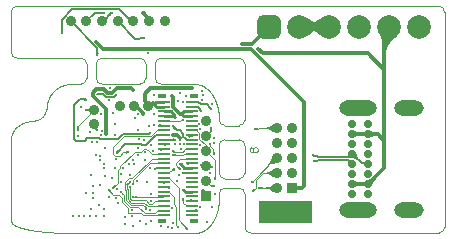
<source format=gbl>
G04*
G04 #@! TF.GenerationSoftware,Altium Limited,Altium Designer,23.10.1 (27)*
G04*
G04 Layer_Physical_Order=6*
G04 Layer_Color=16711680*
%FSLAX44Y44*%
%MOMM*%
G71*
G04*
G04 #@! TF.SameCoordinates,75C69956-F49F-4592-A11B-EFE5AB9CB6E8*
G04*
G04*
G04 #@! TF.FilePolarity,Positive*
G04*
G01*
G75*
%ADD11C,0.2000*%
%ADD13C,0.1000*%
%ADD16C,0.0500*%
%ADD61C,2.0000*%
G04:AMPARAMS|DCode=62|XSize=2mm|YSize=2mm|CornerRadius=0.5mm|HoleSize=0mm|Usage=FLASHONLY|Rotation=90.000|XOffset=0mm|YOffset=0mm|HoleType=Round|Shape=RoundedRectangle|*
%AMROUNDEDRECTD62*
21,1,2.0000,1.0000,0,0,90.0*
21,1,1.0000,2.0000,0,0,90.0*
1,1,1.0000,0.5000,0.5000*
1,1,1.0000,0.5000,-0.5000*
1,1,1.0000,-0.5000,-0.5000*
1,1,1.0000,-0.5000,0.5000*
%
%ADD62ROUNDEDRECTD62*%
%ADD63O,2.5000X1.3000*%
%ADD64C,0.7000*%
%ADD65O,3.2000X1.3000*%
%ADD66C,0.9000*%
G04:AMPARAMS|DCode=67|XSize=0.9mm|YSize=0.9mm|CornerRadius=0.225mm|HoleSize=0mm|Usage=FLASHONLY|Rotation=180.000|XOffset=0mm|YOffset=0mm|HoleType=Round|Shape=RoundedRectangle|*
%AMROUNDEDRECTD67*
21,1,0.9000,0.4500,0,0,180.0*
21,1,0.4500,0.9000,0,0,180.0*
1,1,0.4500,-0.2250,0.2250*
1,1,0.4500,0.2250,0.2250*
1,1,0.4500,0.2250,-0.2250*
1,1,0.4500,-0.2250,-0.2250*
%
%ADD67ROUNDEDRECTD67*%
%ADD69C,0.1800*%
%ADD70C,0.1500*%
%ADD71C,0.3000*%
%ADD72C,0.1499*%
%ADD73C,0.2200*%
%ADD86C,0.3000*%
G04:AMPARAMS|DCode=88|XSize=0.9mm|YSize=0.9mm|CornerRadius=0.225mm|HoleSize=0mm|Usage=FLASHONLY|Rotation=90.000|XOffset=0mm|YOffset=0mm|HoleType=Round|Shape=RoundedRectangle|*
%AMROUNDEDRECTD88*
21,1,0.9000,0.4500,0,0,90.0*
21,1,0.4500,0.9000,0,0,90.0*
1,1,0.4500,0.2250,0.2250*
1,1,0.4500,0.2250,-0.2250*
1,1,0.4500,-0.2250,-0.2250*
1,1,0.4500,-0.2250,0.2250*
%
%ADD88ROUNDEDRECTD88*%
%ADD89R,0.6500X0.3500*%
%ADD90R,1.0350X0.2200*%
G36*
X77315Y185062D02*
X77198Y185142D01*
X77059Y185214D01*
X76897Y185278D01*
X76714Y185333D01*
X76509Y185379D01*
X76281Y185417D01*
X75760Y185468D01*
X75467Y185481D01*
X75151Y185485D01*
Y186985D01*
X75467Y186989D01*
X76281Y187053D01*
X76509Y187091D01*
X76714Y187137D01*
X76897Y187192D01*
X77059Y187256D01*
X77198Y187328D01*
X77315Y187408D01*
Y185062D01*
D02*
G37*
G36*
X85094Y184523D02*
X84911Y184508D01*
X84724Y184471D01*
X84534Y184414D01*
X84340Y184335D01*
X84142Y184234D01*
X83941Y184113D01*
X83736Y183970D01*
X83528Y183806D01*
X83101Y183414D01*
X82283Y184717D01*
X82516Y184954D01*
X83340Y185883D01*
X83436Y186018D01*
X83509Y186136D01*
X83559Y186238D01*
X83586Y186322D01*
X85094Y184523D01*
D02*
G37*
G36*
X82059Y182371D02*
X80990Y181325D01*
X80086Y182523D01*
X81148Y183582D01*
X82059Y182371D01*
D02*
G37*
G36*
X263250Y176207D02*
X264423Y176063D01*
X265970Y176000D01*
Y173000D01*
X264423Y172937D01*
X263250Y172794D01*
Y166680D01*
X261666Y167881D01*
X258511Y169903D01*
X256939Y170725D01*
X256783Y170794D01*
X256627Y170725D01*
X255055Y169903D01*
X253479Y168955D01*
X251900Y167881D01*
X250316Y166680D01*
Y172794D01*
X249143Y172937D01*
X247596Y173000D01*
Y176000D01*
X249143Y176063D01*
X250316Y176207D01*
Y182320D01*
X251900Y181119D01*
X255055Y179097D01*
X256627Y178275D01*
X256783Y178206D01*
X256939Y178275D01*
X258511Y179097D01*
X260087Y180045D01*
X261666Y181119D01*
X263250Y182320D01*
Y176207D01*
D02*
G37*
G36*
X43733Y171783D02*
X43796Y170969D01*
X43835Y170741D01*
X43881Y170536D01*
X43936Y170353D01*
X43999Y170191D01*
X44071Y170052D01*
X44152Y169935D01*
X41806D01*
X41886Y170052D01*
X41958Y170191D01*
X42021Y170353D01*
X42076Y170536D01*
X42123Y170741D01*
X42161Y170969D01*
X42212Y171490D01*
X42224Y171783D01*
X42229Y172099D01*
X43729D01*
X43733Y171783D01*
D02*
G37*
G36*
X111815Y164077D02*
X111698Y164157D01*
X111559Y164229D01*
X111397Y164293D01*
X111214Y164348D01*
X111009Y164394D01*
X110781Y164432D01*
X110260Y164483D01*
X109967Y164496D01*
X109651Y164500D01*
Y166000D01*
X109967Y166004D01*
X110781Y166068D01*
X111009Y166106D01*
X111214Y166152D01*
X111397Y166207D01*
X111559Y166271D01*
X111698Y166343D01*
X111815Y166423D01*
Y164077D01*
D02*
G37*
G36*
X326549Y166706D02*
X324830Y165259D01*
X321934Y162408D01*
X320758Y161005D01*
X319762Y159616D01*
X318948Y158242D01*
X318314Y156883D01*
X317862Y155539D01*
X317591Y154210D01*
X317500Y152895D01*
X314500Y153464D01*
X314468Y155482D01*
X313997Y161050D01*
X313713Y162745D01*
X312958Y165889D01*
X312486Y167340D01*
X311952Y168709D01*
X311354Y169998D01*
X326549Y166706D01*
D02*
G37*
G36*
X73816Y153477D02*
X73879Y152662D01*
X73917Y152435D01*
X73964Y152229D01*
X74019Y152046D01*
X74082Y151885D01*
X74154Y151746D01*
X74234Y151629D01*
X71888D01*
X71969Y151746D01*
X72041Y151885D01*
X72104Y152046D01*
X72159Y152229D01*
X72206Y152435D01*
X72244Y152662D01*
X72295Y153183D01*
X72307Y153477D01*
X72312Y153793D01*
X73811D01*
X73816Y153477D01*
D02*
G37*
G36*
X317500Y138000D02*
X314500Y134379D01*
X314479Y134970D01*
X314415Y135543D01*
X314309Y136100D01*
X314161Y136638D01*
X313970Y137159D01*
X313736Y137662D01*
X313461Y138148D01*
X313142Y138616D01*
X312782Y139067D01*
X312379Y139500D01*
Y143743D01*
X312782Y143370D01*
X313142Y143099D01*
X313461Y142931D01*
X313736Y142865D01*
X313970Y142902D01*
X314161Y143041D01*
X314309Y143282D01*
X314415Y143626D01*
X314479Y144073D01*
X314500Y144621D01*
X317500Y138000D01*
D02*
G37*
G36*
X75160Y118985D02*
X75299Y118913D01*
X75460Y118850D01*
X75644Y118795D01*
X75849Y118748D01*
X76076Y118710D01*
X76597Y118659D01*
X76891Y118647D01*
X77207Y118642D01*
Y117142D01*
X76891Y117138D01*
X76076Y117075D01*
X75849Y117037D01*
X75644Y116990D01*
X75460Y116935D01*
X75299Y116872D01*
X75160Y116800D01*
X75043Y116719D01*
Y119065D01*
X75160Y118985D01*
D02*
G37*
G36*
X62189Y111805D02*
X62046Y111930D01*
X61886Y112042D01*
X61709Y112140D01*
X61515Y112225D01*
X61304Y112297D01*
X61076Y112357D01*
X60832Y112402D01*
X60570Y112435D01*
X60291Y112455D01*
X59995Y112461D01*
X60398Y113961D01*
X60733Y113963D01*
X62126Y114050D01*
X62256Y114077D01*
X62356Y114108D01*
X62427Y114142D01*
X62189Y111805D01*
D02*
G37*
G36*
X167760Y107866D02*
X168381Y107335D01*
X168569Y107201D01*
X168747Y107089D01*
X168916Y106998D01*
X169075Y106929D01*
X169224Y106881D01*
X169364Y106855D01*
X167705Y105196D01*
X167679Y105336D01*
X167631Y105486D01*
X167562Y105645D01*
X167472Y105813D01*
X167359Y105992D01*
X167225Y106179D01*
X166893Y106584D01*
X166694Y106800D01*
X166474Y107026D01*
X167534Y108086D01*
X167760Y107866D01*
D02*
G37*
G36*
X160994Y104897D02*
X159086Y104221D01*
X159118Y104306D01*
X159129Y104400D01*
X159120Y104503D01*
X159089Y104615D01*
X159036Y104735D01*
X158963Y104864D01*
X158868Y105002D01*
X158753Y105149D01*
X158616Y105304D01*
X158458Y105469D01*
X159518Y106528D01*
X160994Y104897D01*
D02*
G37*
G36*
X64610Y105045D02*
X64796Y104931D01*
X64995Y104830D01*
X65205Y104742D01*
X65427Y104668D01*
X65661Y104608D01*
X65906Y104561D01*
X66164Y104527D01*
X66433Y104507D01*
X66714Y104500D01*
Y103500D01*
X66433Y103493D01*
X65906Y103439D01*
X65661Y103392D01*
X65427Y103332D01*
X65205Y103258D01*
X64995Y103170D01*
X64796Y103069D01*
X64610Y102955D01*
X64435Y102827D01*
Y105173D01*
X64610Y105045D01*
D02*
G37*
G36*
X137697Y99815D02*
X137345Y97490D01*
X137255Y97568D01*
X137140Y97638D01*
X136998Y97699D01*
X136830Y97752D01*
X136636Y97797D01*
X136415Y97834D01*
X135897Y97884D01*
X135598Y97896D01*
X135273Y97900D01*
X135223Y100100D01*
X137697Y99815D01*
D02*
G37*
G36*
X57198Y90561D02*
X57202Y90261D01*
X57240Y89712D01*
X57273Y89461D01*
X57368Y89010D01*
X57429Y88809D01*
X57500Y88624D01*
X57581Y88456D01*
X57671Y88304D01*
X55325Y88508D01*
X55491Y88697D01*
X55639Y88892D01*
X55770Y89094D01*
X55884Y89303D01*
X55980Y89519D01*
X56058Y89741D01*
X56119Y89970D01*
X56163Y90206D01*
X56189Y90448D01*
X56198Y90698D01*
X57198Y90561D01*
D02*
G37*
G36*
X138503Y90269D02*
X138548Y90158D01*
X138616Y90032D01*
X138708Y89890D01*
X138823Y89733D01*
X139123Y89371D01*
X139517Y88946D01*
X139748Y88710D01*
X138476Y87438D01*
X138240Y87669D01*
X137453Y88363D01*
X137296Y88478D01*
X137154Y88570D01*
X137028Y88638D01*
X136917Y88683D01*
X136822Y88705D01*
X138481Y90364D01*
X138503Y90269D01*
D02*
G37*
G36*
X207241Y89274D02*
X207394Y89170D01*
X207560Y89079D01*
X207738Y89000D01*
X207929Y88933D01*
X208132Y88878D01*
X208348Y88835D01*
X208577Y88804D01*
X208818Y88786D01*
X209071Y88780D01*
Y87780D01*
X208818Y87774D01*
X208348Y87725D01*
X208132Y87682D01*
X207929Y87627D01*
X207738Y87560D01*
X207560Y87481D01*
X207394Y87390D01*
X207241Y87286D01*
X207100Y87170D01*
Y89390D01*
X207241Y89274D01*
D02*
G37*
G36*
X71339Y89539D02*
X71954Y89008D01*
X72143Y88869D01*
X72497Y88649D01*
X72662Y88567D01*
X72820Y88504D01*
X72969Y88460D01*
X71125Y87004D01*
X71117Y87266D01*
X71090Y87518D01*
X71045Y87763D01*
X70981Y88000D01*
X70899Y88228D01*
X70798Y88448D01*
X70679Y88660D01*
X70542Y88864D01*
X70386Y89060D01*
X70212Y89247D01*
X71119Y89754D01*
X71339Y89539D01*
D02*
G37*
G36*
X169741Y88038D02*
X169660Y87930D01*
X169587Y87805D01*
X169525Y87663D01*
X169473Y87505D01*
X169429Y87329D01*
X169396Y87137D01*
X169372Y86928D01*
X169353Y86459D01*
X168558D01*
X169083Y85982D01*
X168377Y85275D01*
X167636Y85947D01*
X168342Y86655D01*
X168349Y86649D01*
X168348Y86702D01*
X168309Y87137D01*
X168276Y87329D01*
X168233Y87505D01*
X168180Y87663D01*
X168118Y87805D01*
X168046Y87930D01*
X167964Y88038D01*
X167873Y88129D01*
X169832D01*
X169741Y88038D01*
D02*
G37*
G36*
X300319Y81263D02*
X299987Y81498D01*
X299615Y81708D01*
X299200Y81894D01*
X298745Y82055D01*
X298247Y82191D01*
X297708Y82302D01*
X297128Y82389D01*
X295843Y82488D01*
X295750Y82489D01*
X295657Y82488D01*
X294372Y82389D01*
X293792Y82302D01*
X293253Y82191D01*
X292755Y82055D01*
X292300Y81894D01*
X291885Y81708D01*
X291513Y81498D01*
X291182Y81263D01*
Y86737D01*
X291513Y86502D01*
X291885Y86292D01*
X292300Y86106D01*
X292755Y85945D01*
X293253Y85809D01*
X293792Y85698D01*
X294372Y85611D01*
X295657Y85512D01*
X295750Y85511D01*
X295843Y85512D01*
X297128Y85611D01*
X297708Y85698D01*
X298247Y85809D01*
X298745Y85945D01*
X299200Y86106D01*
X299615Y86292D01*
X299987Y86502D01*
X300319Y86737D01*
Y81263D01*
D02*
G37*
G36*
X222495Y85281D02*
X221743Y85855D01*
X220268Y86821D01*
X219546Y87213D01*
X218834Y87545D01*
X218133Y87817D01*
X217441Y88028D01*
X216760Y88179D01*
X216089Y88270D01*
X215428Y88300D01*
Y89300D01*
X216089Y89330D01*
X216760Y89421D01*
X217441Y89572D01*
X218133Y89783D01*
X218834Y90055D01*
X219546Y90387D01*
X220268Y90779D01*
X221000Y91232D01*
X222495Y92319D01*
Y85281D01*
D02*
G37*
G36*
X317500Y78000D02*
X314500Y74379D01*
X314479Y74970D01*
X314415Y75543D01*
X314309Y76100D01*
X314161Y76638D01*
X313970Y77159D01*
X313736Y77662D01*
X313461Y78148D01*
X313142Y78616D01*
X312782Y79067D01*
X312379Y79500D01*
Y83743D01*
X312782Y83370D01*
X313142Y83099D01*
X313461Y82931D01*
X313736Y82865D01*
X313970Y82902D01*
X314161Y83041D01*
X314309Y83282D01*
X314415Y83626D01*
X314479Y84073D01*
X314500Y84621D01*
X317500Y78000D01*
D02*
G37*
G36*
X163763Y82672D02*
X163821Y82628D01*
X163897Y82589D01*
X163991Y82556D01*
X164104Y82527D01*
X164235Y82504D01*
X164384Y82486D01*
X164737Y82465D01*
X164941Y82463D01*
Y81463D01*
X164737Y81460D01*
X164235Y81421D01*
X164104Y81398D01*
X163991Y81370D01*
X163897Y81336D01*
X163821Y81297D01*
X163763Y81253D01*
X163724Y81204D01*
Y82721D01*
X163763Y82672D01*
D02*
G37*
G36*
X305221Y86288D02*
X305622Y86018D01*
X306057Y85779D01*
X306526Y85573D01*
X307029Y85398D01*
X307566Y85254D01*
X308137Y85143D01*
X308742Y85064D01*
X309381Y85016D01*
X310054Y85000D01*
X309572Y82000D01*
X308834Y81991D01*
X306928Y81860D01*
X306395Y81781D01*
X305482Y81572D01*
X305103Y81440D01*
X304774Y81292D01*
X304497Y81126D01*
X304854Y86590D01*
X305221Y86288D01*
D02*
G37*
G36*
X138045Y77827D02*
X137982Y77860D01*
X137881Y77889D01*
X137741Y77915D01*
X137562Y77938D01*
X136795Y77984D01*
X135680Y78000D01*
Y80000D01*
X136090Y80002D01*
X137881Y80111D01*
X137982Y80140D01*
X138045Y80173D01*
X138045Y77827D01*
D02*
G37*
G36*
X92114Y69483D02*
X91876Y69243D01*
X90962Y68211D01*
X90895Y68107D01*
X90852Y68023D01*
X90834Y67958D01*
X89175Y69617D01*
X89240Y69635D01*
X89324Y69678D01*
X89428Y69745D01*
X89551Y69837D01*
X89856Y70093D01*
X90460Y70659D01*
X90700Y70897D01*
X92114Y69483D01*
D02*
G37*
G36*
X138112Y69275D02*
X138127Y69244D01*
X138155Y69201D01*
X138196Y69147D01*
X138318Y69005D01*
X138719Y68589D01*
X138012Y67881D01*
X137901Y67991D01*
X137444Y68389D01*
X137403Y68412D01*
X137372Y68422D01*
X137351Y68420D01*
X138111Y69296D01*
X138112Y69275D01*
D02*
G37*
G36*
X171760Y70016D02*
X171788Y69769D01*
X171836Y69529D01*
X171904Y69296D01*
X171990Y69070D01*
X172096Y68851D01*
X172220Y68639D01*
X172364Y68434D01*
X172528Y68236D01*
X172710Y68045D01*
X170379Y67749D01*
X170449Y67882D01*
X170512Y68034D01*
X170568Y68206D01*
X170616Y68398D01*
X170657Y68609D01*
X170717Y69092D01*
X170735Y69362D01*
X170750Y69963D01*
X171750Y70269D01*
X171760Y70016D01*
D02*
G37*
G36*
X98170Y67077D02*
X97996Y67205D01*
X97809Y67319D01*
X97611Y67420D01*
X97400Y67508D01*
X97178Y67582D01*
X96944Y67642D01*
X96699Y67689D01*
X96441Y67723D01*
X96172Y67743D01*
X95891Y67750D01*
Y68750D01*
X96172Y68757D01*
X96699Y68811D01*
X96944Y68858D01*
X97178Y68918D01*
X97400Y68992D01*
X97611Y69080D01*
X97809Y69181D01*
X97996Y69295D01*
X98170Y69423D01*
Y67077D01*
D02*
G37*
G36*
X137800Y67045D02*
X137986Y66931D01*
X138185Y66830D01*
X138395Y66742D01*
X138617Y66668D01*
X138851Y66608D01*
X139096Y66561D01*
X139354Y66527D01*
X139623Y66507D01*
X139904Y66500D01*
Y65500D01*
X139623Y65493D01*
X139096Y65439D01*
X138851Y65392D01*
X138617Y65332D01*
X138395Y65258D01*
X138185Y65170D01*
X137986Y65069D01*
X137800Y64955D01*
X137625Y64827D01*
Y67173D01*
X137800Y67045D01*
D02*
G37*
G36*
X256989Y66625D02*
X257104Y66541D01*
X257241Y66466D01*
X257398Y66402D01*
X257575Y66347D01*
X257774Y66302D01*
X257994Y66268D01*
X258234Y66243D01*
X258777Y66223D01*
X258644Y64724D01*
X258315Y64722D01*
X257070Y64638D01*
X256901Y64607D01*
X256759Y64571D01*
X256644Y64530D01*
X256555Y64485D01*
X256894Y66720D01*
X256989Y66625D01*
D02*
G37*
G36*
X292567Y66770D02*
X292690Y66169D01*
X292848Y65589D01*
X293040Y65032D01*
X293267Y64496D01*
X293528Y63982D01*
X293824Y63489D01*
X294154Y63019D01*
X294518Y62570D01*
X294917Y62143D01*
X293857Y61083D01*
X293430Y61482D01*
X292981Y61846D01*
X292511Y62176D01*
X292018Y62472D01*
X291504Y62733D01*
X290968Y62960D01*
X290411Y63152D01*
X289831Y63310D01*
X289230Y63433D01*
X288607Y63522D01*
X292478Y67393D01*
X292567Y66770D01*
D02*
G37*
G36*
X286159Y62323D02*
X286707Y61856D01*
X286861Y61752D01*
X286999Y61674D01*
X287123Y61621D01*
X287232Y61593D01*
X287326Y61592D01*
X287406Y61616D01*
X285832Y59989D01*
X285854Y60069D01*
X285849Y60165D01*
X285819Y60275D01*
X285763Y60401D01*
X285682Y60541D01*
X285574Y60697D01*
X285441Y60868D01*
X285097Y61254D01*
X284887Y61470D01*
X285947Y62530D01*
X286159Y62323D01*
D02*
G37*
G36*
X257070Y62068D02*
X257211Y61995D01*
X257375Y61930D01*
X257559Y61874D01*
X257766Y61827D01*
X257994Y61789D01*
X258515Y61737D01*
X258807Y61724D01*
X259122Y61720D01*
Y60221D01*
X258807Y60217D01*
X257994Y60152D01*
X257766Y60114D01*
X257559Y60066D01*
X257375Y60010D01*
X257211Y59946D01*
X257070Y59873D01*
X256950Y59791D01*
Y62149D01*
X257070Y62068D01*
D02*
G37*
G36*
X225197Y58901D02*
X224139Y58905D01*
X222233Y58787D01*
X221384Y58665D01*
X220606Y58501D01*
X219897Y58295D01*
X219258Y58048D01*
X218689Y57758D01*
X218189Y57426D01*
X217760Y57052D01*
X217275Y57983D01*
X217792Y58528D01*
X218276Y59098D01*
X218726Y59692D01*
X219142Y60310D01*
X219526Y60952D01*
X219876Y61618D01*
X220193Y62308D01*
X220476Y63023D01*
X220943Y64525D01*
X225197Y58901D01*
D02*
G37*
G36*
X299164Y57442D02*
X299079Y57643D01*
X298960Y57822D01*
X298806Y57981D01*
X298617Y58118D01*
X298393Y58235D01*
X298134Y58330D01*
X297841Y58404D01*
X297513Y58457D01*
X297150Y58488D01*
X296752Y58499D01*
Y59998D01*
X297212Y60006D01*
X298035Y60075D01*
X298399Y60135D01*
X298731Y60212D01*
X299031Y60306D01*
X299299Y60418D01*
X299535Y60546D01*
X299739Y60692D01*
X299911Y60855D01*
X299164Y57442D01*
D02*
G37*
G36*
X145961Y57354D02*
X144397Y55806D01*
X144166Y56031D01*
X143543Y56560D01*
X143359Y56688D01*
X143187Y56791D01*
X143026Y56870D01*
X142877Y56925D01*
X142740Y56956D01*
X142615Y56962D01*
X143981Y58878D01*
X145961Y57354D01*
D02*
G37*
G36*
X141284Y56432D02*
X141695Y56098D01*
X141902Y55958D01*
X142110Y55835D01*
X142319Y55730D01*
X142530Y55644D01*
X142741Y55575D01*
X142954Y55524D01*
X143168Y55490D01*
X141510Y53832D01*
X141476Y54046D01*
X141425Y54258D01*
X141356Y54470D01*
X141270Y54681D01*
X141165Y54890D01*
X141042Y55098D01*
X140902Y55305D01*
X140744Y55511D01*
X140568Y55716D01*
X140374Y55919D01*
X141081Y56626D01*
X141284Y56432D01*
D02*
G37*
G36*
X122358Y55747D02*
X122499Y55695D01*
X122662Y55649D01*
X122846Y55610D01*
X123282Y55549D01*
X123533Y55528D01*
X124418Y55500D01*
X124800Y54500D01*
X124552Y54490D01*
X124310Y54459D01*
X124074Y54408D01*
X123845Y54337D01*
X123622Y54245D01*
X123405Y54133D01*
X123195Y54001D01*
X122991Y53848D01*
X122793Y53675D01*
X122601Y53481D01*
X122240Y55805D01*
X122358Y55747D01*
D02*
G37*
G36*
X137104Y53032D02*
X137079Y53049D01*
X137034Y53063D01*
X136969Y53076D01*
X136883Y53087D01*
X136651Y53104D01*
X135942Y53117D01*
Y54117D01*
X136095Y54119D01*
X136461Y54143D01*
X136552Y54157D01*
X136628Y54174D01*
X136688Y54195D01*
X136733Y54219D01*
X136762Y54246D01*
X136776Y54276D01*
X137104Y53032D01*
D02*
G37*
G36*
X135102Y52070D02*
X134395Y51363D01*
X133687Y52070D01*
X134395Y52777D01*
X135102Y52070D01*
D02*
G37*
G36*
X146894Y51957D02*
X147077Y51850D01*
X147274Y51755D01*
X147482Y51672D01*
X147704Y51603D01*
X147938Y51546D01*
X148185Y51501D01*
X148444Y51470D01*
X149002Y51445D01*
X149041Y50444D01*
X148764Y50437D01*
X148497Y50416D01*
X148242Y50380D01*
X147998Y50331D01*
X147764Y50266D01*
X147542Y50188D01*
X147331Y50095D01*
X147130Y49988D01*
X146941Y49867D01*
X146763Y49732D01*
X146723Y52077D01*
X146894Y51957D01*
D02*
G37*
G36*
X222508Y47171D02*
X221756Y47739D01*
X220282Y48697D01*
X219560Y49086D01*
X218847Y49415D01*
X218145Y49685D01*
X217452Y49894D01*
X216769Y50044D01*
X216096Y50134D01*
X215432Y50163D01*
X215424Y51163D01*
X216082Y51194D01*
X216751Y51285D01*
X217431Y51438D01*
X218121Y51651D01*
X218822Y51925D01*
X219533Y52260D01*
X220254Y52656D01*
X220987Y53112D01*
X222482Y54209D01*
X222508Y47171D01*
D02*
G37*
G36*
X173500Y48738D02*
X173505Y48442D01*
X173546Y47895D01*
X173581Y47645D01*
X173683Y47193D01*
X173749Y46991D01*
X173825Y46804D01*
X173912Y46633D01*
X174009Y46477D01*
X171667Y46639D01*
X171825Y46825D01*
X171967Y47021D01*
X172092Y47225D01*
X172200Y47438D01*
X172292Y47660D01*
X172367Y47890D01*
X172425Y48130D01*
X172467Y48378D01*
X172492Y48635D01*
X172500Y48901D01*
X173500Y48738D01*
D02*
G37*
G36*
X300319Y38763D02*
X299987Y38998D01*
X299615Y39208D01*
X299200Y39394D01*
X298745Y39555D01*
X298247Y39691D01*
X297708Y39802D01*
X297128Y39889D01*
X295843Y39988D01*
X295750Y39989D01*
X295657Y39988D01*
X294372Y39889D01*
X293792Y39802D01*
X293253Y39691D01*
X292755Y39555D01*
X292300Y39394D01*
X291885Y39208D01*
X291513Y38998D01*
X291182Y38763D01*
Y44237D01*
X291513Y44002D01*
X291885Y43792D01*
X292300Y43606D01*
X292755Y43445D01*
X293253Y43309D01*
X293792Y43198D01*
X294372Y43111D01*
X295657Y43012D01*
X295750Y43011D01*
X295843Y43012D01*
X297128Y43111D01*
X297708Y43198D01*
X298247Y43309D01*
X298745Y43445D01*
X299200Y43606D01*
X299615Y43792D01*
X299987Y44002D01*
X300319Y44237D01*
Y38763D01*
D02*
G37*
G36*
X104086Y44219D02*
X104140Y43692D01*
X104187Y43447D01*
X104248Y43213D01*
X104322Y42991D01*
X104409Y42781D01*
X104510Y42582D01*
X104625Y42396D01*
X104753Y42221D01*
X102407D01*
X102535Y42396D01*
X102649Y42582D01*
X102750Y42781D01*
X102837Y42991D01*
X102911Y43213D01*
X102972Y43447D01*
X103019Y43692D01*
X103053Y43950D01*
X103073Y44219D01*
X103080Y44500D01*
X104080D01*
X104086Y44219D01*
D02*
G37*
G36*
X308767Y45645D02*
X308277Y45138D01*
X307438Y44159D01*
X307089Y43688D01*
X306786Y43228D01*
X306531Y42780D01*
X306322Y42344D01*
X306161Y41920D01*
X306046Y41508D01*
X305978Y41107D01*
X302107Y44978D01*
X302507Y45046D01*
X302920Y45161D01*
X303344Y45322D01*
X303780Y45531D01*
X304228Y45786D01*
X304688Y46089D01*
X305159Y46438D01*
X306138Y47277D01*
X306645Y47767D01*
X308767Y45645D01*
D02*
G37*
G36*
X100433Y41760D02*
X100219Y41726D01*
X100007Y41675D01*
X99795Y41606D01*
X99584Y41520D01*
X99375Y41415D01*
X99167Y41292D01*
X98960Y41152D01*
X98754Y40994D01*
X98549Y40818D01*
X98346Y40624D01*
X97639Y41331D01*
X97833Y41534D01*
X98167Y41945D01*
X98307Y42152D01*
X98430Y42360D01*
X98535Y42569D01*
X98621Y42780D01*
X98690Y42991D01*
X98741Y43204D01*
X98774Y43418D01*
X100433Y41760D01*
D02*
G37*
G36*
X170387Y39097D02*
X170364Y39135D01*
X170325Y39170D01*
X170268Y39200D01*
X170195Y39227D01*
X170105Y39249D01*
X169997Y39268D01*
X169873Y39282D01*
X169574Y39298D01*
X169400Y39300D01*
Y40300D01*
X169603Y40302D01*
X170226Y40340D01*
X170334Y40357D01*
X170423Y40378D01*
X170493Y40402D01*
X170544Y40428D01*
X170575Y40458D01*
X170387Y39097D01*
D02*
G37*
G36*
X88604Y40400D02*
X88410Y40196D01*
X88076Y39786D01*
X87935Y39579D01*
X87813Y39371D01*
X87708Y39161D01*
X87621Y38951D01*
X87552Y38739D01*
X87501Y38526D01*
X87468Y38312D01*
X85809Y39971D01*
X86023Y40004D01*
X86236Y40055D01*
X86448Y40124D01*
X86658Y40211D01*
X86868Y40315D01*
X87076Y40438D01*
X87283Y40578D01*
X87489Y40737D01*
X87693Y40913D01*
X87897Y41107D01*
X88604Y40400D01*
D02*
G37*
G36*
X210927Y39249D02*
X211120Y39119D01*
X211322Y39004D01*
X211534Y38905D01*
X211757Y38821D01*
X211989Y38752D01*
X212231Y38698D01*
X212484Y38660D01*
X212746Y38637D01*
X213018Y38629D01*
X212927Y37629D01*
X212637Y37624D01*
X212099Y37577D01*
X211850Y37537D01*
X211616Y37484D01*
X211395Y37421D01*
X211189Y37345D01*
X210996Y37258D01*
X210818Y37160D01*
X210653Y37050D01*
X210745Y39394D01*
X210927Y39249D01*
D02*
G37*
G36*
X207354Y37465D02*
X207179Y37282D01*
X206883Y36919D01*
X206762Y36740D01*
X206659Y36562D01*
X206574Y36385D01*
X206507Y36210D01*
X206457Y36035D01*
X206426Y35862D01*
X206412Y35691D01*
X204872Y37231D01*
X205044Y37244D01*
X205217Y37276D01*
X205392Y37325D01*
X205567Y37392D01*
X205744Y37477D01*
X205922Y37580D01*
X206101Y37701D01*
X206282Y37840D01*
X206463Y37997D01*
X206646Y38172D01*
X207354Y37465D01*
D02*
G37*
G36*
X222450Y34518D02*
X221695Y35109D01*
X220220Y36105D01*
X219500Y36509D01*
X218790Y36851D01*
X218093Y37132D01*
X217406Y37349D01*
X216731Y37505D01*
X216068Y37598D01*
X215415Y37629D01*
X215444Y38629D01*
X216114Y38659D01*
X216792Y38746D01*
X217480Y38893D01*
X218176Y39097D01*
X218881Y39361D01*
X219596Y39683D01*
X220319Y40063D01*
X221051Y40502D01*
X222542Y41555D01*
X222450Y34518D01*
D02*
G37*
G36*
X84024Y36454D02*
X84075Y36242D01*
X84144Y36030D01*
X84230Y35819D01*
X84335Y35610D01*
X84458Y35402D01*
X84598Y35195D01*
X84756Y34989D01*
X84932Y34784D01*
X85126Y34581D01*
X84419Y33874D01*
X84216Y34068D01*
X83805Y34402D01*
X83598Y34542D01*
X83390Y34665D01*
X83181Y34770D01*
X82970Y34856D01*
X82759Y34925D01*
X82546Y34976D01*
X82332Y35010D01*
X83990Y36668D01*
X84024Y36454D01*
D02*
G37*
G36*
X94427Y34525D02*
X94479Y34312D01*
X94548Y34100D01*
X94634Y33890D01*
X94739Y33680D01*
X94861Y33472D01*
X95002Y33265D01*
X95160Y33059D01*
X95336Y32855D01*
X95530Y32651D01*
X94823Y31944D01*
X94620Y32138D01*
X94209Y32472D01*
X94002Y32613D01*
X93794Y32735D01*
X93584Y32840D01*
X93374Y32927D01*
X93162Y32996D01*
X92949Y33047D01*
X92736Y33080D01*
X94394Y34739D01*
X94427Y34525D01*
D02*
G37*
G36*
X154036Y30310D02*
X153996Y30346D01*
X153936Y30379D01*
X153856Y30407D01*
X153757Y30432D01*
X153638Y30453D01*
X153342Y30483D01*
X152967Y30498D01*
X152750Y30500D01*
Y31500D01*
X152932Y31503D01*
X153374Y31541D01*
X153486Y31563D01*
X153582Y31591D01*
X153660Y31624D01*
X153722Y31662D01*
X153765Y31706D01*
X153792Y31754D01*
X154036Y30310D01*
D02*
G37*
G36*
X104674Y31591D02*
X104865Y31467D01*
X105065Y31359D01*
X105277Y31264D01*
X105499Y31184D01*
X105732Y31119D01*
X105976Y31068D01*
X106231Y31032D01*
X106496Y31010D01*
X106772Y31003D01*
X106720Y30003D01*
X106434Y29997D01*
X105900Y29947D01*
X105653Y29904D01*
X105419Y29848D01*
X105198Y29780D01*
X104990Y29699D01*
X104794Y29606D01*
X104612Y29501D01*
X104442Y29383D01*
X104495Y31729D01*
X104674Y31591D01*
D02*
G37*
G36*
X146701Y28079D02*
X146634Y27921D01*
X146574Y27744D01*
X146522Y27549D01*
X146479Y27335D01*
X146415Y26852D01*
X146395Y26582D01*
X146379Y25987D01*
X145379Y25807D01*
X145370Y26043D01*
X145342Y26274D01*
X145294Y26499D01*
X145229Y26720D01*
X145144Y26936D01*
X145040Y27146D01*
X144918Y27352D01*
X144776Y27552D01*
X144616Y27748D01*
X144437Y27938D01*
X146777Y28218D01*
X146701Y28079D01*
D02*
G37*
G36*
X148324Y24070D02*
X147605Y23374D01*
X146898Y24081D01*
X147617Y24777D01*
X148324Y24070D01*
D02*
G37*
G36*
X114251Y22171D02*
X114290Y21537D01*
X114302Y21490D01*
X114315Y21458D01*
X114331Y21443D01*
X113169D01*
X113185Y21458D01*
X113198Y21490D01*
X113210Y21537D01*
X113221Y21602D01*
X113237Y21780D01*
X113249Y22171D01*
X113250Y22334D01*
X114250D01*
X114251Y22171D01*
D02*
G37*
G36*
X254550Y8146D02*
X209550D01*
Y27146D01*
X254550D01*
Y8146D01*
D02*
G37*
G36*
X139909Y7323D02*
X140389Y6898D01*
X140432Y6873D01*
X140464Y6860D01*
X140486Y6860D01*
X139653Y6046D01*
X139654Y6068D01*
X139642Y6100D01*
X139617Y6143D01*
X139579Y6196D01*
X139529Y6259D01*
X139301Y6512D01*
X139085Y6732D01*
X139792Y7439D01*
X139909Y7323D01*
D02*
G37*
G36*
X147398Y5932D02*
X147809Y5598D01*
X148015Y5458D01*
X148224Y5335D01*
X148433Y5230D01*
X148644Y5143D01*
X148855Y5075D01*
X149068Y5024D01*
X149282Y4990D01*
X147623Y3331D01*
X147590Y3546D01*
X147539Y3758D01*
X147470Y3970D01*
X147383Y4181D01*
X147279Y4390D01*
X147156Y4598D01*
X147016Y4805D01*
X146858Y5011D01*
X146681Y5216D01*
X146487Y5419D01*
X147194Y6126D01*
X147398Y5932D01*
D02*
G37*
G36*
X207306Y72615D02*
X207373D01*
X207551Y72582D01*
X207761Y72549D01*
X207983Y72493D01*
X208228Y72416D01*
X208461Y72305D01*
X208472D01*
X208483Y72294D01*
X208516Y72271D01*
X208561Y72249D01*
X208672Y72183D01*
X208816Y72083D01*
X208971Y71961D01*
X209127Y71816D01*
X209282Y71639D01*
X209415Y71450D01*
Y71439D01*
X209426Y71428D01*
X209449Y71395D01*
X209460Y71350D01*
X209515Y71239D01*
X209571Y71095D01*
X209637Y70906D01*
X209682Y70695D01*
X209726Y70462D01*
X209737Y70207D01*
Y70151D01*
X209726Y70096D01*
Y70007D01*
X209715Y69907D01*
X209693Y69796D01*
X209660Y69663D01*
X209626Y69530D01*
X209582Y69374D01*
X209526Y69219D01*
X209460Y69064D01*
X209371Y68897D01*
X209271Y68742D01*
X209160Y68586D01*
X209027Y68431D01*
X208871Y68287D01*
X208860Y68275D01*
X208827Y68253D01*
X208783Y68220D01*
X208705Y68176D01*
X208605Y68109D01*
X208494Y68053D01*
X208350Y67987D01*
X208194Y67920D01*
X208006Y67843D01*
X207795Y67776D01*
X207562Y67720D01*
X207306Y67665D01*
X207018Y67610D01*
X206707Y67576D01*
X206374Y67554D01*
X206019Y67543D01*
X206008D01*
X205997D01*
X205963D01*
X205919D01*
X205808Y67554D01*
X205653D01*
X205475Y67565D01*
X205264Y67587D01*
X205031Y67610D01*
X204776Y67643D01*
X204520Y67687D01*
X204243Y67743D01*
X203976Y67809D01*
X203710Y67887D01*
X203455Y67987D01*
X203211Y68098D01*
X202977Y68220D01*
X202778Y68364D01*
X202766Y68375D01*
X202744Y68398D01*
X202700Y68442D01*
X202633Y68497D01*
X202567Y68564D01*
X202500Y68653D01*
X202411Y68764D01*
X202334Y68875D01*
X202256Y69008D01*
X202167Y69152D01*
X202101Y69319D01*
X202023Y69485D01*
X201967Y69674D01*
X201923Y69874D01*
X201901Y70085D01*
X201890Y70307D01*
Y70395D01*
X201901Y70462D01*
Y70540D01*
X201912Y70629D01*
X201956Y70840D01*
X202012Y71073D01*
X202101Y71317D01*
X202234Y71561D01*
X202311Y71683D01*
X202400Y71794D01*
X202411Y71805D01*
X202422Y71816D01*
X202456Y71850D01*
X202489Y71883D01*
X202544Y71938D01*
X202611Y71983D01*
X202766Y72105D01*
X202966Y72227D01*
X203211Y72338D01*
X203488Y72438D01*
X203799Y72505D01*
X203876Y71561D01*
X203865D01*
X203854Y71550D01*
X203788Y71539D01*
X203688Y71505D01*
X203566Y71461D01*
X203433Y71417D01*
X203299Y71350D01*
X203177Y71272D01*
X203077Y71195D01*
X203055Y71172D01*
X203011Y71128D01*
X202944Y71050D01*
X202866Y70939D01*
X202800Y70795D01*
X202733Y70640D01*
X202689Y70451D01*
X202667Y70251D01*
Y70174D01*
X202678Y70085D01*
X202700Y69985D01*
X202733Y69852D01*
X202778Y69718D01*
X202833Y69585D01*
X202922Y69452D01*
X202933Y69430D01*
X202977Y69374D01*
X203055Y69297D01*
X203166Y69197D01*
X203299Y69086D01*
X203455Y68964D01*
X203654Y68853D01*
X203876Y68742D01*
X203888D01*
X203910Y68731D01*
X203943Y68719D01*
X203988Y68697D01*
X204054Y68686D01*
X204132Y68664D01*
X204221Y68642D01*
X204332Y68619D01*
X204454Y68586D01*
X204587Y68564D01*
X204731Y68542D01*
X204887Y68531D01*
X205064Y68509D01*
X205242Y68497D01*
X205442Y68486D01*
X205641D01*
X205630Y68497D01*
X205564Y68542D01*
X205475Y68619D01*
X205364Y68719D01*
X205231Y68830D01*
X205109Y68975D01*
X204986Y69130D01*
X204876Y69308D01*
Y69319D01*
X204864Y69330D01*
X204831Y69397D01*
X204798Y69496D01*
X204742Y69630D01*
X204698Y69785D01*
X204665Y69963D01*
X204631Y70151D01*
X204620Y70351D01*
Y70440D01*
X204631Y70507D01*
X204642Y70595D01*
X204653Y70684D01*
X204676Y70795D01*
X204709Y70906D01*
X204787Y71161D01*
X204842Y71295D01*
X204920Y71428D01*
X204998Y71561D01*
X205086Y71705D01*
X205197Y71838D01*
X205319Y71961D01*
X205331Y71972D01*
X205353Y71994D01*
X205386Y72027D01*
X205442Y72060D01*
X205519Y72116D01*
X205597Y72172D01*
X205697Y72227D01*
X205808Y72294D01*
X205930Y72360D01*
X206063Y72416D01*
X206219Y72471D01*
X206374Y72527D01*
X206541Y72560D01*
X206729Y72593D01*
X206918Y72615D01*
X207118Y72627D01*
X207129D01*
X207151D01*
X207184D01*
X207240D01*
X207306Y72615D01*
D02*
G37*
%LPC*%
G36*
X207173Y71661D02*
X207162D01*
X207140D01*
X207095D01*
X207040Y71650D01*
X206973D01*
X206896Y71639D01*
X206718Y71605D01*
X206518Y71561D01*
X206307Y71483D01*
X206108Y71372D01*
X205919Y71228D01*
X205897Y71206D01*
X205841Y71150D01*
X205775Y71062D01*
X205686Y70939D01*
X205597Y70784D01*
X205530Y70606D01*
X205475Y70395D01*
X205453Y70162D01*
Y70096D01*
X205464Y70051D01*
X205475Y69940D01*
X205508Y69785D01*
X205564Y69619D01*
X205653Y69430D01*
X205763Y69252D01*
X205919Y69075D01*
X205941Y69052D01*
X205997Y69008D01*
X206096Y68930D01*
X206241Y68853D01*
X206407Y68775D01*
X206618Y68697D01*
X206851Y68653D01*
X207118Y68631D01*
X207140D01*
X207195D01*
X207295Y68642D01*
X207417Y68653D01*
X207562Y68675D01*
X207717Y68719D01*
X207883Y68764D01*
X208050Y68830D01*
X208072Y68842D01*
X208128Y68875D01*
X208205Y68919D01*
X208305Y68986D01*
X208405Y69064D01*
X208527Y69163D01*
X208627Y69274D01*
X208727Y69408D01*
X208738Y69430D01*
X208760Y69474D01*
X208805Y69552D01*
X208838Y69652D01*
X208883Y69763D01*
X208927Y69896D01*
X208949Y70040D01*
X208960Y70196D01*
Y70251D01*
X208949Y70296D01*
X208938Y70407D01*
X208905Y70551D01*
X208838Y70706D01*
X208760Y70884D01*
X208638Y71062D01*
X208572Y71150D01*
X208483Y71228D01*
X208472D01*
X208461Y71250D01*
X208394Y71295D01*
X208283Y71361D01*
X208139Y71450D01*
X207950Y71528D01*
X207728Y71594D01*
X207473Y71639D01*
X207173Y71661D01*
D02*
G37*
%LPD*%
D11*
X89344Y68127D02*
X96492Y75275D01*
X109979D01*
X122854Y83000D02*
X129250D01*
X114354Y74500D02*
X122854Y83000D01*
X109979Y75275D02*
X110754Y74500D01*
X114354D01*
X138709Y80000D02*
X138980D01*
X129250Y79000D02*
X137710D01*
X138709Y80000D01*
D13*
X142000Y10614D02*
Y38325D01*
X133325Y47000D02*
X142000Y38325D01*
X103580Y41286D02*
Y45155D01*
X99355Y46250D02*
X102179D01*
X103580Y45155D02*
X117425Y59000D01*
X102179Y46250D02*
X118929Y63000D01*
X142000Y10614D02*
X149114Y3500D01*
X139439Y7086D02*
Y22263D01*
X137530Y24172D02*
X139439Y22263D01*
X90150Y42653D02*
Y53178D01*
X85977Y38480D02*
X90150Y42653D01*
X92141Y55170D02*
Y56414D01*
X90150Y53178D02*
X92141Y55170D01*
X99235Y17351D02*
Y20901D01*
X99821Y16765D02*
X110235D01*
X93563Y26573D02*
X99235Y20901D01*
Y17351D02*
X99821Y16765D01*
X91016Y32548D02*
X93563Y30001D01*
Y26573D02*
Y30001D01*
X100337Y22295D02*
X107455D01*
X112985Y16765D01*
X102531Y27590D02*
X113855D01*
X101068Y24060D02*
X112024D01*
X112755Y25825D02*
X115755Y22825D01*
X112024Y24060D02*
X113750Y22334D01*
X113855Y27590D02*
X116855Y24590D01*
X101800Y25825D02*
X112755D01*
X112000Y15000D02*
X129250D01*
X110235Y16765D02*
X112000Y15000D01*
X121515Y16765D02*
X123575Y18826D01*
X112985Y16765D02*
X121515D01*
X129075Y18826D02*
X129250Y19000D01*
X123575Y18826D02*
X129075D01*
X95474Y27158D02*
Y32000D01*
Y27158D02*
X100337Y22295D01*
X97239Y27889D02*
X101068Y24060D01*
X100995Y29126D02*
X102531Y27590D01*
X99004Y28620D02*
X101800Y25825D01*
X96011Y42906D02*
X99355Y46250D01*
X92904Y34570D02*
X95474Y32000D01*
X207000Y37818D02*
Y44504D01*
X209894Y38129D02*
X225071D01*
X209765Y38259D02*
X209894Y38129D01*
X204913Y35731D02*
X207000Y37818D01*
X225071Y38129D02*
X225300Y37900D01*
X206091Y88280D02*
X209071D01*
X209591Y88800D01*
X223930D01*
X171597Y39800D02*
X171802Y39595D01*
X169400Y39800D02*
X171597D01*
X118929Y63000D02*
X129250D01*
X117425Y59000D02*
X127000D01*
X104678Y68951D02*
X109573D01*
X118855Y66985D02*
X121616D01*
X114380Y71467D02*
X116617Y69230D01*
X109573Y68951D02*
X112090Y71467D01*
X114380D01*
X137530Y24172D02*
Y30795D01*
X141036Y5464D02*
Y5489D01*
X139439Y7086D02*
X141036Y5489D01*
X113750Y20060D02*
Y22334D01*
X115755Y22825D02*
X129075D01*
X165000Y82606D02*
X168853Y86459D01*
X165000Y82022D02*
Y82606D01*
X168853Y86459D02*
Y89265D01*
X92141Y56414D02*
X104678Y68951D01*
X118616Y81965D02*
X123575Y86924D01*
X95715Y81965D02*
X118616D01*
X86579Y72828D02*
X95715Y81965D01*
X116617Y69222D02*
Y69230D01*
Y69222D02*
X118855Y66985D01*
X91937Y65361D02*
X94825Y68250D01*
X86579Y66981D02*
X88198Y65361D01*
X86579Y66981D02*
Y72828D01*
X88198Y65361D02*
X91937D01*
X56698Y87760D02*
Y90698D01*
X56417Y87480D02*
X56698Y87760D01*
X63500Y104000D02*
X70000D01*
X129174Y86924D02*
X129250Y87000D01*
X123575Y86924D02*
X129174D01*
X116855Y24590D02*
X119145D01*
X100530Y39069D02*
X100769Y38830D01*
Y29432D02*
Y38830D01*
X225237Y50663D02*
X225300Y50600D01*
X162430Y81963D02*
X164941D01*
X168404Y75446D02*
X168750Y75100D01*
Y74003D02*
Y75100D01*
X164941Y81963D02*
X165000Y82022D01*
X94825Y68250D02*
X99105D01*
X56698Y90698D02*
X70000Y104000D01*
X72625Y87000D02*
Y87541D01*
X70000Y90166D02*
X72625Y87541D01*
X70000Y90166D02*
Y92000D01*
X137867Y53617D02*
X138250Y54000D01*
X121616Y66985D02*
X121631Y67000D01*
X129250D01*
X121500Y54500D02*
X122000Y55000D01*
X129250D01*
X165000Y44200D02*
X169400Y39800D01*
X156564Y15608D02*
X156694D01*
X103608Y30503D02*
X128753D01*
X119145Y24590D02*
X121556Y27000D01*
X133925Y34400D02*
X137530Y30795D01*
X129850Y34400D02*
X133925D01*
X129250Y35000D02*
X129850Y34400D01*
X135942Y53617D02*
X137867D01*
X133925Y51600D02*
X135942Y53617D01*
X129250Y51000D02*
X129850Y51600D01*
X133925D01*
X145879Y25807D02*
X148075Y23611D01*
X145497Y29000D02*
X145879Y28617D01*
Y25807D02*
Y28617D01*
X129250Y47000D02*
X133325D01*
X139775Y57225D02*
X143000Y54000D01*
X139775Y57225D02*
Y59605D01*
X136690Y66000D02*
X145075D01*
X144927Y95398D02*
X145310Y95780D01*
X86452Y32548D02*
X91016D01*
X82500Y36500D02*
X86452Y32548D01*
X100995Y29126D02*
Y29206D01*
X100769Y29432D02*
X100995Y29206D01*
X129075Y22825D02*
X129250Y23000D01*
X121556Y27000D02*
X129250D01*
X97776Y40761D02*
X100265Y43250D01*
X97776Y40225D02*
Y40761D01*
X155000Y31000D02*
X155205Y31205D01*
Y31250D01*
X97765Y37924D02*
X99004Y36685D01*
X97765Y40215D02*
X97776Y40225D01*
X97765Y37924D02*
Y40215D01*
X96011Y40956D02*
Y42906D01*
X96000Y37193D02*
Y40946D01*
Y37193D02*
X97239Y35954D01*
Y27889D02*
Y35954D01*
X96000Y40946D02*
X96011Y40956D01*
X99004Y28620D02*
Y36685D01*
X173000Y45853D02*
Y61600D01*
X172773Y45626D02*
X173000Y45853D01*
X152694Y50944D02*
X152750Y51000D01*
X145808Y50889D02*
X145864Y50944D01*
X152694D01*
X148675Y23000D02*
X152750D01*
X148075Y23600D02*
X148675Y23000D01*
X148075Y23600D02*
Y23611D01*
X143745Y95398D02*
X144927D01*
X129250Y95000D02*
X143347D01*
X143745Y95398D01*
X143170Y63000D02*
X152750D01*
X139775Y59605D02*
X143170Y63000D01*
X204383Y44383D02*
X223300Y63300D01*
X204000Y43000D02*
X204383Y43383D01*
X223300Y63300D02*
X225300D01*
X213160Y50663D02*
X225237D01*
X204383Y43383D02*
Y44383D01*
X207000Y44504D02*
X213160Y50663D01*
X155000Y95000D02*
X156825D01*
X136835Y69765D02*
X138365Y68235D01*
X146181Y69855D02*
Y70106D01*
X136686Y69765D02*
X136835D01*
X138365Y68235D02*
X144561D01*
X146181Y69855D01*
X103534Y30577D02*
X103608Y30503D01*
X165000Y69600D02*
X173000Y61600D01*
X156694Y15608D02*
X156825Y15738D01*
X146181Y70106D02*
X147075Y71000D01*
X145075Y66000D02*
X146075Y67000D01*
X152750D01*
X147075Y71000D02*
X152750D01*
X128753Y30503D02*
X129250Y31000D01*
X152750D02*
X155000D01*
X152750Y87000D02*
X156825D01*
X159235Y84590D01*
Y79912D02*
X164547Y74600D01*
Y70053D02*
X165000Y69600D01*
X159235Y79912D02*
Y84590D01*
X164547Y70053D02*
Y74600D01*
X171662Y66972D02*
Y67088D01*
X171250Y67500D02*
X171662Y67088D01*
X171250Y67500D02*
Y71503D01*
X168750Y74003D02*
X171250Y71503D01*
D16*
X198000Y143000D02*
G03*
X193000Y148000I-5000J0D01*
G01*
X198000Y33000D02*
G03*
X193000Y38000I-5000J0D01*
G01*
Y46000D02*
G03*
X198000Y51000I0J5000D01*
G01*
X198000Y74000D02*
G03*
X193000Y79000I-5000J0D01*
G01*
X193000Y91000D02*
G03*
X198000Y96000I0J5000D01*
G01*
X198000Y5000D02*
G03*
X203000Y0I5000J0D01*
G01*
X64000Y143000D02*
G03*
X59000Y148000I-5000J0D01*
G01*
X77000D02*
G03*
X72000Y143000I0J-5000D01*
G01*
X0Y153000D02*
G03*
X5000Y148000I5000J0D01*
G01*
X127000Y148000D02*
G03*
X122000Y143000I0J-5000D01*
G01*
X114000D02*
G03*
X109000Y148000I-5000J0D01*
G01*
X5000Y192000D02*
G03*
X0Y187000I0J-5000D01*
G01*
X367000D02*
G03*
X362000Y192000I-5000J0D01*
G01*
Y0D02*
G03*
X367000Y5000I0J5000D01*
G01*
X122000Y131000D02*
G03*
X127000Y126000I5000J0D01*
G01*
X59000D02*
G03*
X64000Y131000I0J5000D01*
G01*
X109000Y126000D02*
G03*
X114000Y131000I0J5000D01*
G01*
X72000Y131000D02*
G03*
X77000Y126000I5000J0D01*
G01*
X181000Y79000D02*
G03*
X176000Y74000I0J-5000D01*
G01*
X176000Y96000D02*
G03*
X181000Y91000I5000J0D01*
G01*
X181000Y38000D02*
G03*
X176000Y33000I0J-5000D01*
G01*
X176000Y51000D02*
G03*
X181000Y46000I5000J0D01*
G01*
X20000Y95000D02*
G03*
X30000Y105000I0J10000D01*
G01*
X0Y153000D02*
X0Y187000D01*
X203000Y0D02*
X362000D01*
X64000Y143045D02*
X64000Y131000D01*
X72000Y143000D02*
X72000Y131000D01*
X114000Y143000D02*
X114000Y131000D01*
X122000Y143000D02*
X122000Y131000D01*
X127000Y148000D02*
X193000D01*
X198000Y143000D02*
X198000Y96000D01*
X181000Y91000D02*
X193000D01*
X192000Y79000D02*
X193000D01*
X181000D02*
X192000D01*
X181000Y46000D02*
X193011D01*
X181000Y38000D02*
X193000D01*
X198000Y5000D02*
Y30000D01*
Y33000D01*
Y51000D02*
Y74000D01*
X77000Y148000D02*
X109000D01*
X5000Y148000D02*
X59000D01*
X5000Y192000D02*
X362000Y192000D01*
X367000Y5000D02*
Y187000D01*
X77000Y126000D02*
X109000D01*
X176000Y51000D02*
Y74000D01*
Y30000D02*
Y33000D01*
X127000Y126000D02*
X156000D01*
X175990Y29058D02*
X175998Y29529D01*
X175879Y26708D02*
X175911Y27177D01*
X175800Y25773D02*
X175842Y26240D01*
X175754Y25307D02*
X175800Y25773D01*
X175842Y26240D02*
X175879Y26708D01*
X175978Y28587D02*
X175990Y29058D01*
X175702Y24842D02*
X175754Y25307D01*
X175646Y24379D02*
X175702Y24842D01*
X175961Y28116D02*
X175978Y28587D01*
X175584Y23916D02*
X175646Y24379D01*
X175938Y27646D02*
X175961Y28116D01*
X175911Y27177D02*
X175938Y27646D01*
X175518Y23456D02*
X175584Y23916D01*
X173215Y14729D02*
X173373Y15136D01*
X173526Y15547D01*
X174228Y17655D02*
X174355Y18086D01*
X174097Y17227D02*
X174228Y17655D01*
X173960Y16802D02*
X174097Y17227D01*
X173053Y14325D02*
X173215Y14729D01*
X172887Y13925D02*
X173053Y14325D01*
X173820Y16380D02*
X173960Y16802D01*
X173675Y15962D02*
X173820Y16380D01*
X173526Y15547D02*
X173675Y15962D01*
X174596Y18956D02*
X174709Y19396D01*
X174922Y20282D02*
X175021Y20729D01*
X175447Y22997D02*
X175518Y23456D01*
X175372Y22539D02*
X175447Y22997D01*
X174818Y19838D02*
X174922Y20282D01*
X174709Y19396D02*
X174818Y19838D01*
X175291Y22084D02*
X175372Y22539D01*
X175206Y21630D02*
X175291Y22084D01*
X174478Y18520D02*
X174596Y18956D01*
X175116Y21179D02*
X175206Y21630D01*
X174355Y18086D02*
X174478Y18520D01*
X175021Y20729D02*
X175116Y21179D01*
X168008Y6010D02*
X168258Y6295D01*
X168748Y6885D02*
X168989Y7188D01*
X170142Y8787D02*
X170362Y9123D01*
X168505Y6587D02*
X168748Y6885D01*
X169918Y8456D02*
X170142Y8787D01*
X168258Y6295D02*
X168505Y6587D01*
X169691Y8131D02*
X169918Y8456D01*
X169460Y7811D02*
X169691Y8131D01*
X167756Y5730D02*
X168008Y6010D01*
X169226Y7497D02*
X169460Y7811D01*
X168989Y7188D02*
X169226Y7497D01*
X170362Y9123D02*
X170579Y9464D01*
X167242Y5188D02*
X167500Y5455D01*
X165909Y3941D02*
X166181Y4178D01*
X165635Y3711D02*
X165909Y3941D01*
X165359Y3487D02*
X165635Y3711D01*
X166980Y4926D02*
X167242Y5188D01*
X166716Y4670D02*
X166980Y4926D01*
X165080Y3270D02*
X165359Y3487D01*
X164799Y3059D02*
X165080Y3270D01*
X166450Y4421D02*
X166716Y4670D01*
X164516Y2855D02*
X164799Y3059D01*
X166181Y4178D02*
X166450Y4421D01*
X167500Y5455D02*
X167756Y5730D01*
X162180Y1468D02*
X162478Y1618D01*
X160363Y723D02*
X160669Y829D01*
X160056Y623D02*
X160363Y723D01*
X161881Y1326D02*
X162180Y1468D01*
X159748Y531D02*
X160056Y623D01*
X161580Y1191D02*
X161881Y1326D01*
X161277Y1063D02*
X161580Y1191D01*
X159439Y447D02*
X159748Y531D01*
X159129Y369D02*
X159439Y447D01*
X160974Y943D02*
X161277Y1063D01*
X160669Y829D02*
X160974Y943D01*
X162478Y1618D02*
X162775Y1774D01*
X172542Y13138D02*
X172716Y13529D01*
X171410Y10877D02*
X171609Y11243D01*
X171208Y10517D02*
X171410Y10877D01*
X172363Y12750D02*
X172542Y13138D01*
X172180Y12366D02*
X172363Y12750D01*
X171002Y10161D02*
X171208Y10517D01*
X170793Y9810D02*
X171002Y10161D01*
X171994Y11987D02*
X172180Y12366D01*
X170579Y9464D02*
X170793Y9810D01*
X171803Y11613D02*
X171994Y11987D01*
X172716Y13529D02*
X172887Y13925D01*
X171609Y11243D02*
X171803Y11613D01*
X156000Y0D02*
X156314Y4D01*
X156628Y15D01*
X156942Y33D01*
X157256Y59D01*
X158507Y237D02*
X158818Y299D01*
X158195Y181D02*
X158507Y237D01*
X157882Y133D02*
X158195Y181D01*
X157569Y93D02*
X157882Y133D01*
X157256Y59D02*
X157569Y93D01*
X158818Y299D02*
X159129Y369D01*
X162775Y1774D02*
X163069Y1937D01*
X163943Y2467D02*
X164230Y2658D01*
X163654Y2284D02*
X163943Y2467D01*
X163363Y2107D02*
X163654Y2284D01*
X163069Y1937D02*
X163363Y2107D01*
X164230Y2658D02*
X164516Y2855D01*
X175998Y29529D02*
X176000Y30000D01*
X175990Y96942D02*
X175998Y96471D01*
X175879Y99292D02*
X175911Y98823D01*
X175800Y100227D02*
X175842Y99760D01*
X175754Y100693D02*
X175800Y100227D01*
X175842Y99760D02*
X175879Y99292D01*
X175978Y97413D02*
X175990Y96942D01*
X175702Y101158D02*
X175754Y100693D01*
X175646Y101621D02*
X175702Y101158D01*
X175961Y97884D02*
X175978Y97413D01*
X175584Y102084D02*
X175646Y101621D01*
X175938Y98354D02*
X175961Y97884D01*
X175911Y98823D02*
X175938Y98354D01*
X175518Y102544D02*
X175584Y102084D01*
X173215Y111271D02*
X173373Y110864D01*
X173526Y110453D01*
X174228Y108345D02*
X174355Y107914D01*
X174097Y108773D02*
X174228Y108345D01*
X173960Y109198D02*
X174097Y108773D01*
X173053Y111675D02*
X173215Y111271D01*
X172887Y112075D02*
X173053Y111675D01*
X173820Y109620D02*
X173960Y109198D01*
X173675Y110038D02*
X173820Y109620D01*
X173526Y110453D02*
X173675Y110038D01*
X174596Y107044D02*
X174709Y106604D01*
X174922Y105717D02*
X175021Y105271D01*
X175447Y103003D02*
X175518Y102544D01*
X175372Y103461D02*
X175447Y103003D01*
X174818Y106162D02*
X174922Y105717D01*
X174709Y106604D02*
X174818Y106162D01*
X175291Y103916D02*
X175372Y103461D01*
X175206Y104370D02*
X175291Y103916D01*
X174478Y107480D02*
X174596Y107044D01*
X175116Y104821D02*
X175206Y104370D01*
X174355Y107914D02*
X174478Y107480D01*
X175021Y105271D02*
X175116Y104821D01*
X168008Y119991D02*
X168258Y119705D01*
X168748Y119115D02*
X168989Y118812D01*
X170142Y117213D02*
X170362Y116877D01*
X168505Y119413D02*
X168748Y119115D01*
X169918Y117544D02*
X170142Y117213D01*
X168258Y119705D02*
X168505Y119413D01*
X169691Y117869D02*
X169918Y117544D01*
X169460Y118189D02*
X169691Y117869D01*
X167756Y120270D02*
X168008Y119991D01*
X169226Y118503D02*
X169460Y118189D01*
X168989Y118812D02*
X169226Y118503D01*
X170362Y116877D02*
X170579Y116536D01*
X167242Y120812D02*
X167500Y120544D01*
X165909Y122059D02*
X166181Y121822D01*
X165635Y122289D02*
X165909Y122059D01*
X165359Y122513D02*
X165635Y122289D01*
X166980Y121074D02*
X167242Y120812D01*
X166716Y121330D02*
X166980Y121074D01*
X165080Y122730D02*
X165359Y122513D01*
X164799Y122941D02*
X165080Y122730D01*
X166450Y121579D02*
X166716Y121330D01*
X164516Y123145D02*
X164799Y122941D01*
X166181Y121822D02*
X166450Y121579D01*
X167500Y120544D02*
X167756Y120270D01*
X162180Y124532D02*
X162478Y124382D01*
X160363Y125277D02*
X160669Y125171D01*
X160056Y125377D02*
X160363Y125277D01*
X161881Y124674D02*
X162180Y124532D01*
X159748Y125469D02*
X160056Y125377D01*
X161580Y124809D02*
X161881Y124674D01*
X161277Y124937D02*
X161580Y124809D01*
X159439Y125553D02*
X159748Y125469D01*
X159129Y125631D02*
X159439Y125553D01*
X160974Y125057D02*
X161277Y124937D01*
X160669Y125171D02*
X160974Y125057D01*
X162478Y124382D02*
X162775Y124226D01*
X172542Y112863D02*
X172716Y112471D01*
X171410Y115123D02*
X171609Y114757D01*
X171208Y115483D02*
X171410Y115123D01*
X172363Y113250D02*
X172542Y112863D01*
X172180Y113633D02*
X172363Y113250D01*
X171002Y115839D02*
X171208Y115483D01*
X170793Y116190D02*
X171002Y115839D01*
X171994Y114012D02*
X172180Y113633D01*
X170579Y116536D02*
X170793Y116190D01*
X171803Y114387D02*
X171994Y114012D01*
X172716Y112471D02*
X172887Y112075D01*
X171609Y114757D02*
X171803Y114387D01*
X156000Y126000D02*
X156314Y125996D01*
X156628Y125985D01*
X156942Y125967D01*
X157256Y125941D01*
X158507Y125763D02*
X158818Y125701D01*
X158195Y125819D02*
X158507Y125763D01*
X157882Y125867D02*
X158195Y125819D01*
X157569Y125907D02*
X157882Y125867D01*
X157256Y125941D02*
X157569Y125907D01*
X158818Y125701D02*
X159129Y125631D01*
X162775Y124226D02*
X163069Y124063D01*
X163943Y123533D02*
X164230Y123342D01*
X163654Y123716D02*
X163943Y123533D01*
X163363Y123893D02*
X163654Y123716D01*
X163069Y124063D02*
X163363Y123893D01*
X164230Y123342D02*
X164516Y123145D01*
X175998Y96471D02*
X176000Y96000D01*
X50000Y126000D02*
X59000D01*
X884Y84411D02*
X979Y84635D01*
X628Y83730D02*
X709Y83958D01*
X415Y83042D02*
X482Y83272D01*
X1405Y85522D02*
X1522Y85740D01*
X2785Y87636D02*
X2947Y87837D01*
X4197Y89194D02*
X4391Y89379D01*
X154Y9215D02*
X222Y9059D01*
X616Y8436D02*
X745Y8281D01*
X4792Y89742D02*
X4998Y89920D01*
X5207Y90095D02*
X5421Y90268D01*
X5858Y90607D02*
X6082Y90772D01*
X6309Y90934D02*
X6540Y91095D01*
X7495Y91706D02*
X7742Y91852D01*
X5099Y5601D02*
X5450Y5460D01*
X9550Y92790D02*
X9819Y92911D01*
X10920Y93365D02*
X11201Y93470D01*
X11484Y93572D01*
X6963Y4910D02*
X7368Y4775D01*
X18118Y94933D02*
X18431Y94954D01*
X19058Y94983D02*
X19372Y94993D01*
X30062Y106648D02*
X30089Y106976D01*
X30121Y107304D02*
X30158Y107632D01*
X30354Y108935D02*
X30415Y109258D01*
X31182Y112114D02*
X31291Y112423D01*
X31405Y112731D02*
X31522Y113036D01*
X31772Y113642D02*
X31904Y113941D01*
X32474Y115117D02*
X32627Y115405D01*
X34590Y118386D02*
X34792Y118638D01*
X33063Y591D02*
X33804Y539D01*
X37992Y121793D02*
X38244Y121989D01*
X38758Y122369D02*
X39020Y122552D01*
X39550Y122905D02*
X39819Y123076D01*
X40641Y123559D02*
X40920Y123711D01*
X43522Y124868D02*
X43820Y124972D01*
X44119Y125072D02*
X44420Y125166D01*
X46860Y20D02*
X47645Y11D01*
X48429Y5D01*
X47805Y125873D02*
X48118Y125907D01*
X48431Y125935D02*
X48744Y125959D01*
X49058Y125977D02*
X49372Y125990D01*
X48744Y125959D02*
X49058Y125977D01*
X1522Y85740D02*
X1645Y85957D01*
X1772Y86173D02*
X1903Y86387D01*
X2325Y87019D02*
X2474Y87226D01*
X0Y80000D02*
X3Y80236D01*
X0Y10000D02*
Y80000D01*
X6Y9843D02*
X25Y9686D01*
X55Y9529D02*
X99Y9372D01*
X222Y9059D02*
X302Y8903D01*
X1571Y7513D02*
X1772Y7361D01*
X3228Y6465D02*
X3511Y6319D01*
X3806Y6173D01*
X4430Y5885D02*
X4759Y5742D01*
X5099Y5601D01*
X9819Y92911D02*
X10091Y93029D01*
X5812Y5321D02*
X6185Y5182D01*
X6568Y5045D01*
X9093Y4250D02*
X9549Y4122D01*
X16252Y94734D02*
X16561Y94777D01*
X11474Y3626D02*
X11980Y3505D01*
X17805Y94909D02*
X18118Y94933D01*
X13018Y3270D02*
X13552Y3155D01*
X18744Y94970D02*
X19058Y94983D01*
X30010Y105660D02*
X30022Y105989D01*
X31078Y111802D02*
X31182Y112114D01*
X23875Y1474D02*
X24548Y1393D01*
X25227Y1314D02*
X25912Y1237D01*
X32180Y114534D02*
X32325Y114826D01*
X30143Y822D02*
X30866Y761D01*
X31594Y702D02*
X32326Y646D01*
X36806Y354D02*
X37566Y314D01*
X39020Y122552D02*
X39283Y122731D01*
X40631Y177D02*
X41403Y149D01*
X45295Y44D02*
X46077Y31D01*
X46871Y125742D02*
X47182Y125791D01*
X47493Y125834D01*
X49215Y1D02*
X50000Y0D01*
X482Y83272D02*
X553Y83502D01*
X246Y82346D02*
X298Y82579D01*
X4391Y89379D02*
X4590Y89561D01*
X4792Y89742D01*
X302Y8903D02*
X394Y8747D01*
X745Y8281D02*
X886Y8126D01*
X7992Y91995D02*
X8244Y92135D01*
X3806Y6173D02*
X4112Y6029D01*
X8758Y92406D02*
X9020Y92537D01*
X4112Y6029D02*
X4430Y5885D01*
X6568Y5045D02*
X6963Y4910D01*
X10016Y3996D02*
X10492Y3871D01*
X10978Y3748D01*
X15331Y94586D02*
X15637Y94639D01*
X15944Y94688D02*
X16252Y94734D01*
X17493Y94882D02*
X17805Y94909D01*
X18431Y94954D02*
X18744Y94970D01*
X14094Y3041D02*
X14645Y2929D01*
X30089Y106976D02*
X30121Y107304D01*
X19979Y2003D02*
X20611Y1910D01*
X30628Y110223D02*
X30709Y110541D01*
X22549Y1642D02*
X23209Y1557D01*
X30794Y110859D02*
X30884Y111175D01*
X30979Y111489D02*
X31078Y111802D01*
X31645Y113340D02*
X31772Y113642D01*
X33458Y116804D02*
X33637Y117075D01*
X34998Y118888D02*
X35207Y119133D01*
X33804Y539D02*
X34549Y489D01*
X36540Y120532D02*
X36774Y120752D01*
X37011Y120969D01*
X38500Y122181D02*
X38758Y122369D01*
X39093Y241D02*
X39861Y208D01*
X44513Y60D02*
X45295Y44D01*
X44420Y125166D02*
X44722Y125256D01*
X46077Y31D02*
X46860Y20D01*
X46252Y125628D02*
X46561Y125687D01*
X1182Y85081D02*
X1291Y85302D01*
X1903Y86387D02*
X2039Y86599D01*
X2180Y86810D01*
X22Y80707D02*
X39Y80942D01*
X3113Y88037D02*
X3284Y88235D01*
X3458Y88431D01*
X4006Y89006D02*
X4197Y89194D01*
X394Y8747D02*
X499Y8591D01*
X1985Y7210D02*
X2210Y7060D01*
X2447Y6910D02*
X2696Y6761D01*
X8244Y92135D02*
X8500Y92272D01*
X10091Y93029D02*
X10365Y93145D01*
X8646Y4379D02*
X9093Y4250D01*
X14119Y94337D02*
X14420Y94404D01*
X16561Y94777D02*
X16871Y94815D01*
X17182Y94850D01*
X15204Y2819D02*
X15773Y2710D01*
X30000Y105000D02*
X30003Y105330D01*
X18129Y2295D02*
X18738Y2196D01*
X19355Y2098D02*
X19979Y2003D01*
X20611Y1910D02*
X21250Y1819D01*
X30553Y109902D02*
X30628Y110223D01*
X31522Y113036D02*
X31645Y113340D01*
X25912Y1237D02*
X26604Y1162D01*
X28711Y952D02*
X29424Y886D01*
X34391Y118130D02*
X34590Y118386D01*
X35207Y119133D02*
X35421Y119375D01*
X35638Y119614D01*
X36082Y120081D02*
X36309Y120308D01*
X35298Y442D02*
X36050Y397D01*
X37011Y120969D02*
X37252Y121181D01*
X39283Y122731D02*
X39550Y122905D01*
X41484Y124001D02*
X41770Y124139D01*
X42057Y124273D01*
X42955Y100D02*
X43733Y79D01*
X44722Y125256D02*
X45026Y125340D01*
X45331Y125420D01*
X48429Y5D02*
X49215Y1D01*
X709Y83958D02*
X794Y84185D01*
X553Y83502D02*
X628Y83730D01*
X89Y81412D02*
X121Y81646D01*
X3Y80236D02*
X10Y80471D01*
X62Y81177D02*
X89Y81412D01*
X3637Y88625D02*
X3820Y88817D01*
X0Y10000D02*
X6Y9843D01*
X3820Y88817D02*
X4006Y89006D01*
X4998Y89920D02*
X5207Y90095D01*
X886Y8126D02*
X1039Y7972D01*
X1772Y7361D02*
X1985Y7210D01*
X2210Y7060D02*
X2447Y6910D01*
X2696Y6761D02*
X2956Y6613D01*
X8500Y92272D02*
X8758Y92406D01*
X9283Y92665D02*
X9550Y92790D01*
X12057Y93766D02*
X12346Y93858D01*
X7784Y4642D02*
X8210Y4510D01*
X14420Y94404D02*
X14723Y94468D01*
X15637Y94639D02*
X15944Y94688D01*
X30199Y107959D02*
X30246Y108285D01*
X21250Y1819D02*
X21896Y1729D01*
X30482Y109581D02*
X30553Y109902D01*
X30709Y110541D02*
X30794Y110859D01*
X30884Y111175D02*
X30979Y111489D01*
X32325Y114826D02*
X32474Y115117D01*
X33284Y116530D02*
X33458Y116804D01*
X34197Y117871D02*
X34391Y118130D01*
X34792Y118638D02*
X34998Y118888D01*
X34549Y489D02*
X35298Y442D01*
X37495Y121389D02*
X37742Y121593D01*
X36050Y397D02*
X36806Y354D01*
X37566Y314D02*
X38328Y276D01*
X42178Y123D02*
X42955Y100D01*
X42638Y124525D02*
X42930Y124644D01*
X43225Y124759D02*
X43522Y124868D01*
X43820Y124972D02*
X44119Y125072D01*
X45637Y125494D02*
X45944Y125564D01*
X46561Y125687D02*
X46871Y125742D01*
X979Y84635D02*
X1078Y84859D01*
X1182Y85081D01*
X1645Y85957D02*
X1772Y86173D01*
X200Y82114D02*
X246Y82346D01*
X121Y81646D02*
X158Y81880D01*
X39Y80942D02*
X62Y81177D01*
X10Y80471D02*
X22Y80707D01*
X5421Y90268D02*
X5638Y90439D01*
X1382Y7666D02*
X1571Y7513D01*
X6540Y91095D02*
X6774Y91252D01*
X7011Y91406D01*
X7251Y91558D01*
X7495Y91706D01*
X2956Y6613D02*
X3228Y6465D01*
X10641Y93257D02*
X10920Y93365D01*
X7368Y4775D02*
X7784Y4642D01*
X12637Y93947D02*
X12931Y94032D01*
X13225Y94113D01*
X13522Y94191D02*
X13820Y94266D01*
X15026Y94529D02*
X15331Y94586D01*
X9549Y4122D02*
X10016Y3996D01*
X10978Y3748D02*
X11474Y3626D01*
X19372Y94993D02*
X19686Y94998D01*
X30003Y105330D02*
X30010Y105660D01*
X30022Y105989D02*
X30040Y106319D01*
X30062Y106648D01*
X18738Y2196D02*
X19355Y2098D01*
X30246Y108285D02*
X30298Y108610D01*
X32947Y115972D02*
X33113Y116252D01*
X29424Y886D02*
X30143Y822D01*
X34006Y117609D02*
X34197Y117871D01*
X30866Y761D02*
X31594Y702D01*
X32326Y646D02*
X33063Y591D01*
X37252Y121181D02*
X37495Y121389D01*
X39819Y123076D02*
X40091Y123241D01*
X42057Y124273D02*
X42346Y124402D01*
X42638Y124525D01*
X42930Y124644D02*
X43225Y124759D01*
X49372Y125990D02*
X49686Y125997D01*
X50000Y0D02*
X156000D01*
X298Y82579D02*
X354Y82811D01*
X2627Y87432D02*
X2785Y87636D01*
X3458Y88431D02*
X3637Y88625D01*
X25Y9686D02*
X55Y9529D01*
X499Y8591D02*
X616Y8436D01*
X5638Y90439D02*
X5858Y90607D01*
X1204Y7819D02*
X1382Y7666D01*
X6082Y90772D02*
X6309Y90934D01*
X9020Y92537D02*
X9283Y92665D01*
X10365Y93145D02*
X10641Y93257D01*
X11770Y93671D02*
X12057Y93766D01*
X12346Y93858D02*
X12637Y93947D01*
X13225Y94113D02*
X13522Y94191D01*
X14723Y94468D02*
X15026Y94529D01*
X11980Y3505D02*
X12494Y3387D01*
X13552Y3155D02*
X14094Y3041D01*
X14645Y2929D02*
X15204Y2819D01*
X15773Y2710D02*
X16349Y2604D01*
X16934Y2499D01*
X30158Y107632D02*
X30199Y107959D01*
X30298Y108610D02*
X30354Y108935D01*
X30415Y109258D02*
X30482Y109581D01*
X21896Y1729D02*
X22549Y1642D01*
X32039Y114239D02*
X32180Y114534D01*
X32627Y115405D02*
X32785Y115690D01*
X27301Y1090D02*
X28003Y1020D01*
X28711Y952D01*
X32785Y115690D02*
X32947Y115972D01*
X35638Y119614D02*
X35858Y119849D01*
X37742Y121593D02*
X37992Y121793D01*
X39861Y208D02*
X40631Y177D01*
X41403Y149D02*
X42178Y123D01*
X40920Y123711D02*
X41201Y123859D01*
X45944Y125564D02*
X46252Y125628D01*
X794Y84185D02*
X884Y84411D01*
X1291Y85302D02*
X1405Y85522D01*
X354Y82811D02*
X415Y83042D01*
X158Y81880D02*
X200Y82114D01*
X2180Y86810D02*
X2325Y87019D01*
X2474Y87226D02*
X2627Y87432D01*
X2947Y87837D02*
X3113Y88037D01*
X99Y9372D02*
X154Y9215D01*
X1039Y7972D02*
X1204Y7819D01*
X7742Y91852D02*
X7992Y91995D01*
X5450Y5460D02*
X5812Y5321D01*
X11484Y93572D02*
X11770Y93671D01*
X8210Y4510D02*
X8646Y4379D01*
X13820Y94266D02*
X14119Y94337D01*
X17182Y94850D02*
X17493Y94882D01*
X12494Y3387D02*
X13018Y3270D01*
X19686Y94998D02*
X20000Y95000D01*
X16934Y2499D02*
X17528Y2396D01*
X18129Y2295D01*
X23209Y1557D02*
X23875Y1474D01*
X31291Y112423D02*
X31405Y112731D01*
X24548Y1393D02*
X25227Y1314D01*
X31904Y113941D02*
X32039Y114239D01*
X26604Y1162D02*
X27301Y1090D01*
X33113Y116252D02*
X33284Y116530D01*
X33637Y117075D02*
X33820Y117344D01*
X34006Y117609D01*
X35858Y119849D02*
X36082Y120081D01*
X36309Y120308D02*
X36540Y120532D01*
X38244Y121989D02*
X38500Y122181D01*
X38328Y276D02*
X39093Y241D01*
X40091Y123241D02*
X40365Y123402D01*
X40641Y123559D01*
X41201Y123859D02*
X41484Y124001D01*
X43733Y79D02*
X44513Y60D01*
X45331Y125420D02*
X45637Y125494D01*
X47493Y125834D02*
X47805Y125873D01*
X48118Y125907D02*
X48431Y125935D01*
X49686Y125997D02*
X50000Y126000D01*
D61*
X269483Y174500D02*
D03*
X294883D02*
D03*
X244083D02*
D03*
X320283D02*
D03*
X345683D02*
D03*
D62*
X218683D02*
D03*
D63*
X336500Y105950D02*
D03*
Y19550D02*
D03*
D64*
X302500Y67000D02*
D03*
Y50000D02*
D03*
Y58500D02*
D03*
Y84000D02*
D03*
Y92500D02*
D03*
Y75500D02*
D03*
Y33000D02*
D03*
Y41500D02*
D03*
X289000D02*
D03*
Y33000D02*
D03*
Y67000D02*
D03*
Y84000D02*
D03*
Y92500D02*
D03*
Y75500D02*
D03*
Y58500D02*
D03*
Y50000D02*
D03*
D65*
X294000Y105950D02*
D03*
Y19550D02*
D03*
D66*
X92469Y107500D02*
D03*
X70000Y92000D02*
D03*
X116000Y107500D02*
D03*
X104000D02*
D03*
X70000Y104000D02*
D03*
X50496Y179250D02*
D03*
X76997D02*
D03*
X90248D02*
D03*
X103499D02*
D03*
X116749Y179728D02*
D03*
X130000Y179250D02*
D03*
X63747D02*
D03*
X165000Y95000D02*
D03*
Y82300D02*
D03*
Y69600D02*
D03*
Y56900D02*
D03*
Y44200D02*
D03*
X225300Y88800D02*
D03*
X238000D02*
D03*
X225300Y76100D02*
D03*
X238000D02*
D03*
X225300Y63400D02*
D03*
X238000D02*
D03*
X225300Y50700D02*
D03*
X238000D02*
D03*
X225300Y38000D02*
D03*
D67*
X238000D02*
D03*
D69*
X136991Y90195D02*
X140045Y87142D01*
X143016D01*
X129250Y42438D02*
X129323Y42365D01*
X129250Y42438D02*
Y43000D01*
X152950Y43201D02*
X153103D01*
X152750Y43000D02*
X152950Y43201D01*
X148675Y79000D02*
X152750D01*
X147440Y80235D02*
X148675Y79000D01*
X145910Y81210D02*
Y84248D01*
X143016Y87142D02*
X145910Y84248D01*
X146885Y80235D02*
X147440D01*
X145910Y81210D02*
X146885Y80235D01*
X152750Y103000D02*
X152750Y103000D01*
D70*
X116315Y83980D02*
X117424Y85089D01*
X117830D01*
X94880Y83980D02*
X116315D01*
X53250Y79823D02*
X54759Y78314D01*
X53250Y79823D02*
Y108000D01*
X62314Y78314D02*
X64393Y80393D01*
X54759Y78314D02*
X62314D01*
X64393Y80393D02*
X74124D01*
X75032Y79485D01*
X90385D01*
X73061Y150694D02*
Y156685D01*
X42979Y169000D02*
Y180479D01*
X50496Y179250D02*
X73061Y156685D01*
X109288Y165250D02*
X112750D01*
X108296Y164258D02*
X109288Y165250D01*
X105240Y164258D02*
X108296D01*
X90248Y179250D02*
X105240Y164258D01*
X78500Y179874D02*
X84649Y186023D01*
X78500Y179250D02*
Y179874D01*
X84649Y186023D02*
X85055D01*
X76997Y179250D02*
X78500D01*
X87371Y115567D02*
X88688Y116884D01*
X89056D01*
X72858Y117892D02*
X77844D01*
X80169Y115567D02*
X87371D01*
X77844Y117892D02*
X80169Y115567D01*
X90385Y79485D02*
X94880Y83980D01*
X63747Y179250D02*
X70732Y186235D01*
X78250D01*
X91469Y189250D02*
X101469Y179250D01*
X42979Y180479D02*
X51750Y189250D01*
X91469D01*
X58461Y113211D02*
X63236D01*
X53250Y108000D02*
X58461Y113211D01*
X63236Y112879D02*
Y113211D01*
X101469Y179250D02*
X103499D01*
D71*
X72005Y162005D02*
X77983Y156028D01*
X202972D01*
X105624Y107500D02*
X107825Y105298D01*
X104000Y107500D02*
X105624D01*
X107825Y105298D02*
X108526D01*
X112000Y101825D01*
X202972Y156028D02*
X248000Y111000D01*
X195037Y159793D02*
X203976D01*
X218683Y174500D01*
X209028Y156028D02*
X213055Y152000D01*
X302000D01*
X136122Y116005D02*
X137180Y114947D01*
X136074Y116005D02*
X136122D01*
X137180Y106570D02*
Y114947D01*
X112000Y101000D02*
Y101825D01*
X119941Y109817D02*
X120075D01*
X117624Y107500D02*
X119941Y109817D01*
X116000Y107500D02*
X117624D01*
X120075Y109817D02*
X120675Y109218D01*
X113000Y112000D02*
X116000Y109000D01*
Y107500D02*
Y109000D01*
X153259Y122374D02*
X153385Y122500D01*
X144844Y122374D02*
X153259D01*
X144827Y122391D02*
X144844Y122374D01*
X141708Y122391D02*
X144827D01*
X141691Y122374D02*
X141708Y122391D01*
X117374Y122374D02*
X141691D01*
X113000Y118000D02*
X117374Y122374D01*
X113000Y112000D02*
Y118000D01*
X101230Y122500D02*
X102995Y120735D01*
X89347Y122500D02*
X101230D01*
X69367Y116389D02*
Y118874D01*
X72150Y121657D01*
X69367Y116389D02*
X80500Y105255D01*
Y84451D02*
Y105255D01*
X79909Y83860D02*
X80500Y84451D01*
X85583Y118735D02*
X89347Y122500D01*
X81265Y118735D02*
X85583D01*
X78343Y121657D02*
X81265Y118735D01*
X72150Y121657D02*
X78343D01*
X165000Y95000D02*
Y96000D01*
X166250Y97250D01*
X162515Y33985D02*
X165000Y31500D01*
X162515Y33985D02*
Y35269D01*
X244083Y174500D02*
X269483D01*
X316000Y138000D02*
Y165617D01*
X320283Y169900D01*
Y174500D01*
X289000Y84000D02*
X302500D01*
X289000Y41500D02*
X302500D01*
X310500Y83500D02*
X316000Y78000D01*
X303000Y83500D02*
X310500D01*
X302500Y84000D02*
X303000Y83500D01*
X316000Y55000D02*
Y78000D01*
X302500Y41500D02*
X316000Y55000D01*
X116749Y179728D02*
Y180874D01*
Y179250D02*
Y179728D01*
X112383Y185240D02*
X116749Y180874D01*
X112383Y185240D02*
Y185867D01*
X112000Y186250D02*
X112383Y185867D01*
X137180Y106570D02*
X142738Y101012D01*
X136690Y82566D02*
Y82598D01*
X140332Y83265D02*
X142745Y80852D01*
X136690Y82598D02*
X137357Y83265D01*
X140332D01*
X215000Y23000D02*
X217000Y21000D01*
X302000Y152000D02*
X316000Y138000D01*
X248000Y40000D02*
Y111000D01*
X246000Y38000D02*
X248000Y40000D01*
X238000Y38000D02*
X246000D01*
X316000Y78000D02*
Y138000D01*
X142738Y101012D02*
X143984D01*
D72*
X158988Y105998D02*
X160122Y104864D01*
Y103803D02*
Y104864D01*
X165747Y108814D02*
X169196Y105365D01*
X160375Y108814D02*
X165747D01*
X160122Y103803D02*
X160410Y103516D01*
X289000Y67000D02*
X296752Y59248D01*
X301752D01*
X302500Y58500D01*
X288463Y67000D02*
X289000D01*
X285727Y64264D02*
X288463Y67000D01*
X259986Y64264D02*
X285727D01*
X258777Y65473D02*
X259986Y64264D01*
X256027Y65473D02*
X258777D01*
X255750Y65750D02*
X256027Y65473D01*
X288917Y58500D02*
X289000D01*
X285417Y62000D02*
X288917Y58500D01*
X260250Y62000D02*
X285417D01*
X259220Y60970D02*
X260250Y62000D01*
X256022Y60970D02*
X259220D01*
X158988Y105998D02*
Y107000D01*
X152750D02*
X158988D01*
X158189Y111000D02*
X160375Y108814D01*
X152750Y111000D02*
X158189D01*
D73*
X146027Y36465D02*
X147492Y35000D01*
X145823Y36465D02*
X146027D01*
X147492Y35000D02*
X152750D01*
X142540Y58460D02*
X142693Y58307D01*
X135525Y103000D02*
X138289Y100236D01*
X138216Y98216D02*
X138289Y98289D01*
X129250Y103000D02*
X135525D01*
X138289Y98289D02*
Y100236D01*
X129250Y99000D02*
X137739D01*
X138225Y98513D02*
X138442D01*
X137739Y99000D02*
X138225Y98513D01*
X150518Y83000D02*
X152750D01*
X150518Y82365D02*
Y83000D01*
X142693Y58307D02*
X143452D01*
X146759Y55000D01*
X152750D01*
X122500Y111000D02*
X129250D01*
X121500Y110000D02*
X122500Y111000D01*
X122789Y107000D02*
X129250D01*
X121500Y108289D02*
X122789Y107000D01*
X145000Y100289D02*
X146289Y99000D01*
X152750D01*
X145000Y102000D02*
X146000Y103000D01*
X152750D01*
D86*
X140618Y43618D02*
D03*
X106775Y44440D02*
D03*
X117947Y19530D02*
D03*
X102000Y19530D02*
D03*
Y14000D02*
D03*
X57000Y82000D02*
D03*
X66753Y85254D02*
D03*
X118024Y10200D02*
D03*
X136991Y90195D02*
D03*
X118825Y74265D02*
D03*
X112280Y78547D02*
D03*
X117830Y85089D02*
D03*
X105250Y97765D02*
D03*
X133384Y38365D02*
D03*
X92904Y34570D02*
D03*
X117529Y55015D02*
D03*
X73061Y150694D02*
D03*
X115985Y152000D02*
D03*
X209765Y38259D02*
D03*
X204913Y35731D02*
D03*
X195037Y159793D02*
D03*
X206091Y88280D02*
D03*
X209028Y156028D02*
D03*
X171802Y39595D02*
D03*
X120658Y116546D02*
D03*
X136074Y116005D02*
D03*
X42979Y169000D02*
D03*
X72005Y162005D02*
D03*
X112750Y165250D02*
D03*
X85055Y186023D02*
D03*
X107735Y100765D02*
D03*
X112000Y101000D02*
D03*
X93309Y109000D02*
D03*
X143267Y118626D02*
D03*
X148397Y116059D02*
D03*
X102995Y120735D02*
D03*
X76735Y86630D02*
D03*
X89056Y116884D02*
D03*
X84023Y122500D02*
D03*
X82537Y112552D02*
D03*
X113461Y61442D02*
D03*
X59455Y106545D02*
D03*
X113235Y68703D02*
D03*
X115353Y42906D02*
D03*
X166250Y97250D02*
D03*
X168500Y50500D02*
D03*
X162515Y35269D02*
D03*
X136575Y21086D02*
D03*
X113750Y20060D02*
D03*
X168853Y89265D02*
D03*
X169196Y105365D02*
D03*
X160410Y103516D02*
D03*
X161968Y112619D02*
D03*
X162083Y116528D02*
D03*
X120708Y100500D02*
D03*
X108835Y9796D02*
D03*
X103500Y5896D02*
D03*
X68325Y76738D02*
D03*
X76149Y82632D02*
D03*
X153385Y122500D02*
D03*
X116735Y90861D02*
D03*
X107326Y66010D02*
D03*
X107000Y71905D02*
D03*
X108308Y79200D02*
D03*
X88327Y55265D02*
D03*
X89344Y68127D02*
D03*
X89159Y62597D02*
D03*
X79253Y48295D02*
D03*
X78704Y54733D02*
D03*
X56417Y87480D02*
D03*
X87704Y83043D02*
D03*
X79909Y83860D02*
D03*
X72844Y77378D02*
D03*
X78250Y186235D02*
D03*
X112000Y186250D02*
D03*
X129323Y42365D02*
D03*
X161250Y120250D02*
D03*
X74108Y117892D02*
D03*
X63236Y112879D02*
D03*
X63500Y104000D02*
D03*
X118000Y27355D02*
D03*
X145823Y36465D02*
D03*
X75514Y65583D02*
D03*
X71768Y65965D02*
D03*
X162430Y81963D02*
D03*
X160665Y57914D02*
D03*
X168404Y75446D02*
D03*
X153103Y43201D02*
D03*
X155668Y46782D02*
D03*
X142901Y78735D02*
D03*
X142978Y74971D02*
D03*
X139000Y75000D02*
D03*
X99105Y68250D02*
D03*
X107520Y87500D02*
D03*
X75928Y100740D02*
D03*
X87764Y92129D02*
D03*
X72625Y87000D02*
D03*
X140945Y112000D02*
D03*
X145310Y110894D02*
D03*
X136668Y8351D02*
D03*
X149114Y3500D02*
D03*
X141839Y49464D02*
D03*
X138250Y54000D02*
D03*
X120000Y69750D02*
D03*
X130530Y74937D02*
D03*
X121500Y54500D02*
D03*
X100265Y49015D02*
D03*
X85550Y46983D02*
D03*
X166137Y9227D02*
D03*
X141036Y5464D02*
D03*
X160177Y21662D02*
D03*
X169765Y22281D02*
D03*
X130000Y179250D02*
D03*
X156564Y15608D02*
D03*
X136473Y4477D02*
D03*
X127000Y6235D02*
D03*
X118600Y33268D02*
D03*
X132750Y5038D02*
D03*
X145497Y29000D02*
D03*
X156121Y39000D02*
D03*
X152106Y27552D02*
D03*
X156368Y19368D02*
D03*
X142540Y58460D02*
D03*
X149835Y58365D02*
D03*
X136690Y66000D02*
D03*
X143416Y71000D02*
D03*
X145310Y95780D02*
D03*
X138442Y98513D02*
D03*
X89062Y29520D02*
D03*
X82500Y36500D02*
D03*
X85977Y38480D02*
D03*
X114000Y8000D02*
D03*
X92915Y49745D02*
D03*
X93000Y42849D02*
D03*
X94906Y55269D02*
D03*
X100000Y58785D02*
D03*
X89527Y37225D02*
D03*
X100265Y43250D02*
D03*
X155205Y31250D02*
D03*
X172500Y32810D02*
D03*
X100530Y39069D02*
D03*
X103580Y41286D02*
D03*
X172773Y45626D02*
D03*
X145808Y50889D02*
D03*
X172066Y76321D02*
D03*
X96250Y7235D02*
D03*
X170105Y109180D02*
D03*
X160190Y87929D02*
D03*
X136690Y82566D02*
D03*
X150518Y82365D02*
D03*
X249000Y11000D02*
D03*
X232000D02*
D03*
X215000D02*
D03*
X249000Y23000D02*
D03*
X232000D02*
D03*
X215000D02*
D03*
X78459Y58500D02*
D03*
X160190Y74691D02*
D03*
X171909Y80091D02*
D03*
X155000Y95000D02*
D03*
X103534Y30577D02*
D03*
X75496Y61818D02*
D03*
X170235Y56000D02*
D03*
X90872Y25274D02*
D03*
X146765Y75000D02*
D03*
X126765Y70365D02*
D03*
X143000Y54000D02*
D03*
X138980Y79000D02*
D03*
X136686Y69765D02*
D03*
X67555Y49296D02*
D03*
X121172Y91165D02*
D03*
X79250Y72250D02*
D03*
X158987Y91900D02*
D03*
X125750Y91165D02*
D03*
X255750Y65750D02*
D03*
X256022Y60970D02*
D03*
X204000Y43000D02*
D03*
X103799Y58201D02*
D03*
X75019Y40975D02*
D03*
X96145Y13259D02*
D03*
X171662Y66972D02*
D03*
X78378Y14570D02*
D03*
X62012D02*
D03*
X66360D02*
D03*
X71608D02*
D03*
X57230D02*
D03*
X63000Y34000D02*
D03*
X74295Y24019D02*
D03*
X103500Y61954D02*
D03*
X82500Y30201D02*
D03*
X69000Y34000D02*
D03*
Y30000D02*
D03*
X67958Y20208D02*
D03*
X69000Y40000D02*
D03*
X86000Y102000D02*
D03*
X78378Y20070D02*
D03*
X52378Y14570D02*
D03*
D88*
X165000Y31500D02*
D03*
D89*
X127750Y115750D02*
D03*
X154750D02*
D03*
Y10250D02*
D03*
X127750D02*
D03*
D90*
X152750Y103000D02*
D03*
Y87000D02*
D03*
Y83000D02*
D03*
Y79000D02*
D03*
Y71000D02*
D03*
Y67000D02*
D03*
Y75000D02*
D03*
Y99000D02*
D03*
Y91000D02*
D03*
Y95000D02*
D03*
Y107000D02*
D03*
Y111000D02*
D03*
Y15000D02*
D03*
Y19000D02*
D03*
Y23000D02*
D03*
Y27000D02*
D03*
Y31000D02*
D03*
Y59000D02*
D03*
Y55000D02*
D03*
Y51000D02*
D03*
Y47000D02*
D03*
Y43000D02*
D03*
Y39000D02*
D03*
Y35000D02*
D03*
Y63000D02*
D03*
X129250Y111000D02*
D03*
Y15000D02*
D03*
Y19000D02*
D03*
Y23000D02*
D03*
Y27000D02*
D03*
Y31000D02*
D03*
Y35000D02*
D03*
Y39000D02*
D03*
Y43000D02*
D03*
Y47000D02*
D03*
Y51000D02*
D03*
Y55000D02*
D03*
Y59000D02*
D03*
Y63000D02*
D03*
Y67000D02*
D03*
Y71000D02*
D03*
Y75000D02*
D03*
Y79000D02*
D03*
Y83000D02*
D03*
Y87000D02*
D03*
Y91000D02*
D03*
Y95000D02*
D03*
Y99000D02*
D03*
Y103000D02*
D03*
Y107000D02*
D03*
M02*

</source>
